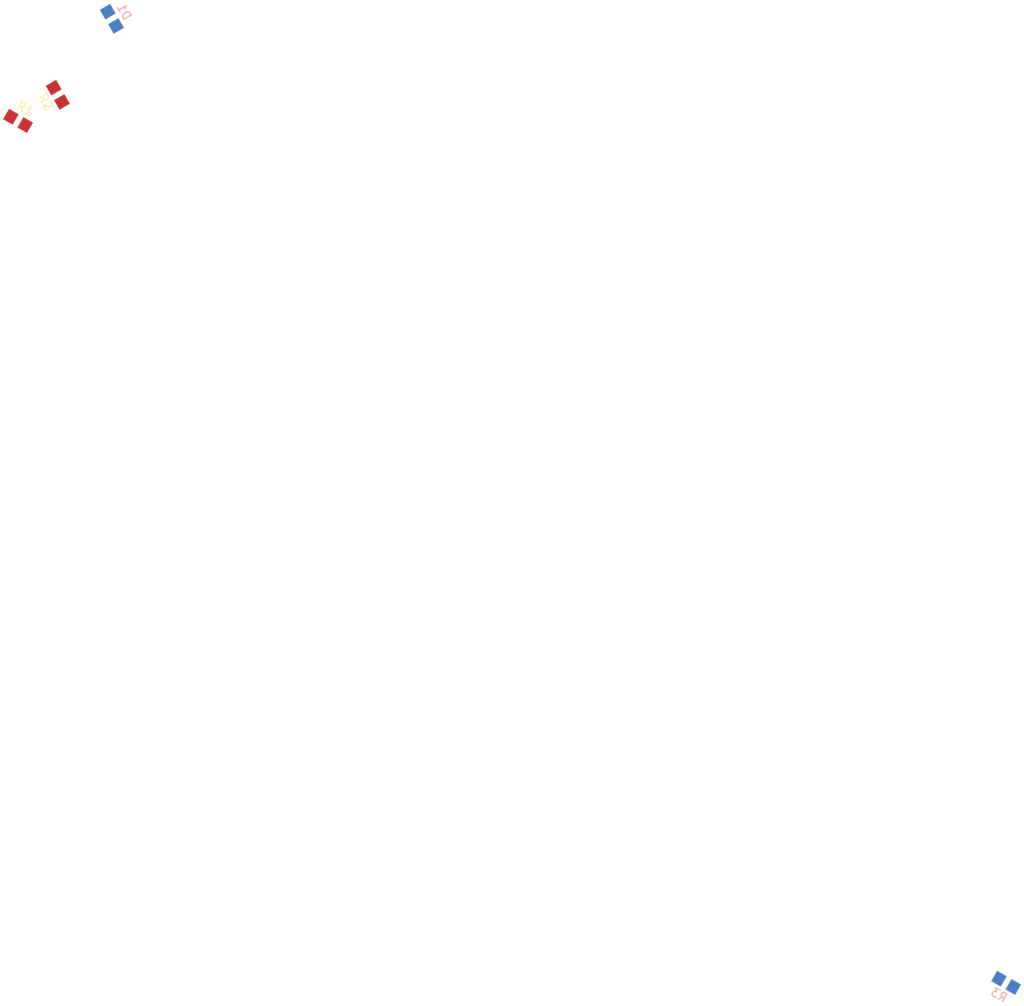
<source format=kicad_pcb>
(kicad_pcb (version 20171130) (host pcbnew 5.1.5-52549c5~84~ubuntu19.10.1)

  (general
    (thickness 3.2)
    (drawings 0)
    (tracks 0)
    (zones 0)
    (modules 4)
    (nets 5)
  )

  (page A4)
  (layers
    (0 F.Cu signal)
    (1 In1.Cu signal hide)
    (2 In2.Cu signal hide)
    (31 B.Cu signal)
    (32 B.Adhes user)
    (33 F.Adhes user)
    (34 B.Paste user)
    (35 F.Paste user)
    (36 B.SilkS user)
    (37 F.SilkS user)
    (38 B.Mask user)
    (39 F.Mask user)
    (40 Dwgs.User user hide)
    (41 Cmts.User user hide)
    (42 Eco1.User user hide)
    (45 Margin user hide)
    (46 B.CrtYd user hide)
    (47 F.CrtYd user hide)
    (48 B.Fab user hide)
    (49 F.Fab user)
  )

  (setup
    (last_trace_width 0.25)
    (user_trace_width 1.99)
    (user_trace_width 0.456)
    (trace_clearance 0.2)
    (zone_clearance 0.508)
    (zone_45_only no)
    (trace_min 0.32)
    (via_size 0.8)
    (via_drill 0.4)
    (via_min_size 0.12)
    (via_min_drill 0.11)
    (user_via 0.48 0.841)
    (blind_buried_vias_allowed yes)
    (uvia_size 0.3)
    (uvia_drill 0.1)
    (uvias_allowed yes)
    (uvia_min_size 0.47)
    (uvia_min_drill 0.12)
    (edge_width 0.05)
    (segment_width 0.2)
    (pcb_text_width 0.3)
    (pcb_text_size 1.5 1.5)
    (mod_edge_width 0.12)
    (mod_text_size 1 1)
    (mod_text_width 0.15)
    (pad_size 1.524 1.524)
    (pad_drill 0.762)
    (pad_to_mask_clearance 0.034)
    (solder_mask_min_width 0.57)
    (pad_to_paste_clearance 0.000001)
    (pad_to_paste_clearance_ratio -0.2)
    (aux_axis_origin 0 0)
    (visible_elements 7FFFFFFF)
    (pcbplotparams
      (layerselection 0x010fc_fffc00ff)
      (usegerberextensions true)
      (usegerberattributes true)
      (usegerberadvancedattributes true)
      (creategerberjobfile true)
      (excludeedgelayer false)
      (linewidth 0.150000)
      (plotframeref true)
      (viasonmask true)
      (mode 1)
      (useauxorigin true)
      (hpglpennumber 2)
      (hpglpenspeed 30)
      (hpglpendiameter 16.000000)
      (psnegative true)
      (psa4output true)
      (plotreference false)
      (plotvalue false)
      (plotinvisibletext true)
      (padsonsilk true)
      (subtractmaskfromsilk true)
      (outputformat 2)
      (mirror true)
      (drillshape 2)
      (scaleselection 3)
      (outputdirectory ""))
  )

  (net 0 "")
  (net 1 "Net-(D1-Pad2)")
  (net 2 "Net-(D1-Pad1)")
  (net 3 "Net-(R1-Pad2)")
  (net 4 "Net-(R2-Pad1)")

  (net_class Default ""
    (clearance 0.2)
    (trace_width 0.25)
    (via_dia 0.8)
    (via_drill 0.4)
    (uvia_dia 0.3)
    (uvia_drill 0.1)
    (add_net "Net-(D1-Pad1)")
    (add_net "Net-(R2-Pad1)")
  )

  (net_class new_new_class ""
    (clearance 0.2)
    (trace_width 0.25)
    (via_dia 0.8)
    (via_drill 0.4)
    (uvia_dia 0.3)
    (uvia_drill 0.1)
    (add_net "Net-(D1-Pad2)")
    (add_net "Net-(R1-Pad2)")
  )

  (module KiCad/kicad-footprints/Resistor_SMD.pretty:R_0805_2012Metric_Pad1.29x1.40mm_HandSolder (layer B.Cu) (tedit 5AC5DB74) (tstamp 5CD08429)
    (at 277.187 203.137 330)
    (descr "Resistor SMD 0805 (2012 Metric), square (rectangular) end terminal, IPC_7351 nominal with elongated pad for handsoldering. (Body size source: http://www.tortai-tech.com/upload/download/2011102023233369053.pdf), generated with kicad-footprint-generator")
    (tags "resistor handsolder")
    (path /5CCEF374)
    (attr smd)
    (fp_text reference R3 (at 0 1.65 330) (layer B.SilkS)
      (effects (font (size 1 1) (thickness 0.15)) (justify mirror))
    )
    (fp_text value R (at 0 -1.65 330) (layer B.Fab)
      (effects (font (size 1 1) (thickness 0.15)) (justify mirror))
    )
    (fp_text user %R (at 0 0 330) (layer B.Fab)
      (effects (font (size 0.5 0.5) (thickness 0.08)) (justify mirror))
    )
    (fp_line (start 1.86 -0.95) (end -1.86 -0.95) (layer B.CrtYd) (width 0.05))
    (fp_line (start 1.86 0.95) (end 1.86 -0.95) (layer B.CrtYd) (width 0.05))
    (fp_line (start -1.86 0.95) (end 1.86 0.95) (layer B.CrtYd) (width 0.05))
    (fp_line (start -1.86 -0.95) (end -1.86 0.95) (layer B.CrtYd) (width 0.05))
    (fp_line (start 1 -0.6) (end -1 -0.6) (layer B.Fab) (width 0.1))
    (fp_line (start 1 0.6) (end 1 -0.6) (layer B.Fab) (width 0.1))
    (fp_line (start -1 0.6) (end 1 0.6) (layer B.Fab) (width 0.1))
    (fp_line (start -1 -0.6) (end -1 0.6) (layer B.Fab) (width 0.1))
    (pad 2 smd rect (at 0.9675 0 330) (size 1.295 1.4) (layers B.Cu B.Paste B.Mask)
      (net 4 "Net-(R2-Pad1)"))
    (pad 1 smd rect (at -0.9675 0 330) (size 1.295 1.4) (layers B.Cu B.Paste B.Mask)
      (net 1 "Net-(D1-Pad2)"))
    (model ${KISYS3DMOD}/Resistor_SMD.3dshapes/R_0805_2012Metric.wrl
      (at (xyz 0 0 0))
      (scale (xyz 1 1 1))
      (rotate (xyz 0 0 0))
    )
  )

  (module KiCad/kicad-footprints/Resistor_SMD.pretty:R_0805_2012Metric_Pad1.29x1.40mm_HandSolder (layer F.Cu) (tedit 5AC5DB74) (tstamp 5CD0841A)
    (at 166.187222 99.187111 120)
    (descr "Resistor SMD 0805 (2012 Metric), square (rectangular) end terminal, IPC_7351 nominal with elongated pad for handsoldering. (Body size source: http://www.tortai-tech.com/upload/download/2011102023233369053.pdf), generated with kicad-footprint-generator")
    (tags "resistor handsolder")
    (path /5CCF04EB)
    (attr smd)
    (fp_text reference R2 (at 0 -1.65 120) (layer F.SilkS)
      (effects (font (size 1 1) (thickness 0.15)))
    )
    (fp_text value R (at 0 1.65 120) (layer F.Fab)
      (effects (font (size 1 1) (thickness 0.15)))
    )
    (fp_text user %R (at 0 0 120) (layer F.Fab)
      (effects (font (size 0.5 0.5) (thickness 0.08)))
    )
    (fp_line (start 1.86 0.95) (end -1.86 0.95) (layer F.CrtYd) (width 0.05))
    (fp_line (start 1.86 -0.95) (end 1.86 0.95) (layer F.CrtYd) (width 0.05))
    (fp_line (start -1.86 -0.95) (end 1.86 -0.95) (layer F.CrtYd) (width 0.05))
    (fp_line (start -1.86 0.95) (end -1.86 -0.95) (layer F.CrtYd) (width 0.05))
    (fp_line (start 1 0.6) (end -1 0.6) (layer F.Fab) (width 0.1))
    (fp_line (start 1 -0.6) (end 1 0.6) (layer F.Fab) (width 0.1))
    (fp_line (start -1 -0.6) (end 1 -0.6) (layer F.Fab) (width 0.1))
    (fp_line (start -1 0.6) (end -1 -0.6) (layer F.Fab) (width 0.1))
    (pad 2 smd rect (at 0.9675 0 120) (size 1.295 1.4) (layers F.Cu F.Paste F.Mask)
      (net 3 "Net-(R1-Pad2)"))
    (pad 1 smd rect (at -0.9675 0 120) (size 1.295 1.4) (layers F.Cu F.Paste F.Mask)
      (net 4 "Net-(R2-Pad1)"))
    (model ${KISYS3DMOD}/Resistor_SMD.3dshapes/R_0805_2012Metric.wrl
      (at (xyz 0 0 0))
      (scale (xyz 1 1 1))
      (rotate (xyz 0 0 0))
    )
  )

  (module KiCad/kicad-footprints/Resistor_SMD.pretty:R_0805_2012Metric_Pad1.29x1.40mm_HandSolder (layer F.Cu) (tedit 5AC5DB74) (tstamp 5CD0840B)
    (at 161.528 102.248 330)
    (descr "Resistor SMD 0805 (2012 Metric), square (rectangular) end terminal, IPC_7351 nominal with elongated pad for handsoldering. (Body size source: http://www.tortai-tech.com/upload/download/2011102023233369053.pdf), generated with kicad-footprint-generator")
    (tags "resistor handsolder")
    (path /5CCEF9FD)
    (attr smd)
    (fp_text reference R1 (at 0 -1.65 330) (layer F.SilkS)
      (effects (font (size 1 1) (thickness 0.15)))
    )
    (fp_text value R (at 0 1.65 330) (layer F.Fab)
      (effects (font (size 1 1) (thickness 0.15)))
    )
    (fp_text user %R (at 0 0 330) (layer F.Fab)
      (effects (font (size 0.5 0.5) (thickness 0.08)))
    )
    (fp_line (start 1.86 0.95) (end -1.86 0.95) (layer F.CrtYd) (width 0.05))
    (fp_line (start 1.86 -0.95) (end 1.86 0.95) (layer F.CrtYd) (width 0.05))
    (fp_line (start -1.86 -0.95) (end 1.86 -0.95) (layer F.CrtYd) (width 0.05))
    (fp_line (start -1.86 0.95) (end -1.86 -0.95) (layer F.CrtYd) (width 0.05))
    (fp_line (start 1 0.6) (end -1 0.6) (layer F.Fab) (width 0.1))
    (fp_line (start 1 -0.6) (end 1 0.6) (layer F.Fab) (width 0.1))
    (fp_line (start -1 -0.6) (end 1 -0.6) (layer F.Fab) (width 0.1))
    (fp_line (start -1 0.6) (end -1 -0.6) (layer F.Fab) (width 0.1))
    (pad 2 smd rect (at 0.9675 0 330) (size 1.295 1.4) (layers F.Cu F.Paste F.Mask)
      (net 3 "Net-(R1-Pad2)"))
    (pad 1 smd rect (at -0.9675 0 330) (size 1.295 1.4) (layers F.Cu F.Paste F.Mask)
      (net 2 "Net-(D1-Pad1)"))
    (model ${KISYS3DMOD}/Resistor_SMD.3dshapes/R_0805_2012Metric.wrl
      (at (xyz 0 0 0))
      (scale (xyz 1 1 1))
      (rotate (xyz 0 0 0))
    )
  )

  (module KiCad/kicad-footprints/Resistor_SMD.pretty:R_0805_2012Metric_Pad1.29x1.40mm_HandSolder (layer B.Cu) (tedit 5AC5DB74) (tstamp 5CD083FC)
    (at 172.517 90.297 120)
    (descr "Resistor SMD 0805 (2012 Metric), square (rectangular) end terminal, IPC_7351 nominal with elongated pad for handsoldering. (Body size source: http://www.tortai-tech.com/upload/download/2011102023233369053.pdf), generated with kicad-footprint-generator")
    (tags "resistor handsolder")
    (path /5CCEECD1)
    (attr smd)
    (fp_text reference D1 (at 0 1.65 120) (layer B.SilkS)
      (effects (font (size 1 1) (thickness 0.15)) (justify mirror))
    )
    (fp_text value D (at 0 -1.65 120) (layer B.Fab)
      (effects (font (size 1 1) (thickness 0.15)) (justify mirror))
    )
    (fp_text user %R (at 0 0 120) (layer B.Fab)
      (effects (font (size 0.5 0.5) (thickness 0.08)) (justify mirror))
    )
    (fp_line (start 1.86 -0.95) (end -1.86 -0.95) (layer B.CrtYd) (width 0.05))
    (fp_line (start 1.86 0.95) (end 1.86 -0.95) (layer B.CrtYd) (width 0.05))
    (fp_line (start -1.86 0.95) (end 1.86 0.95) (layer B.CrtYd) (width 0.05))
    (fp_line (start -1.86 -0.95) (end -1.86 0.95) (layer B.CrtYd) (width 0.05))
    (fp_line (start 1 -0.6) (end -1 -0.6) (layer B.Fab) (width 0.1))
    (fp_line (start 1 0.6) (end 1 -0.6) (layer B.Fab) (width 0.1))
    (fp_line (start -1 0.6) (end 1 0.6) (layer B.Fab) (width 0.1))
    (fp_line (start -1 -0.6) (end -1 0.6) (layer B.Fab) (width 0.1))
    (pad 2 smd rect (at 0.9675 0 120) (size 1.295 1.4) (layers B.Cu B.Paste B.Mask)
      (net 1 "Net-(D1-Pad2)"))
    (pad 1 smd rect (at -0.9675 0 120) (size 1.295 1.4) (layers B.Cu B.Paste B.Mask)
      (net 2 "Net-(D1-Pad1)"))
    (model ${KISYS3DMOD}/Resistor_SMD.3dshapes/R_0805_2012Metric.wrl
      (at (xyz 0 0 0))
      (scale (xyz 1 1 1))
      (rotate (xyz 0 0 0))
    )
  )

)

</source>
